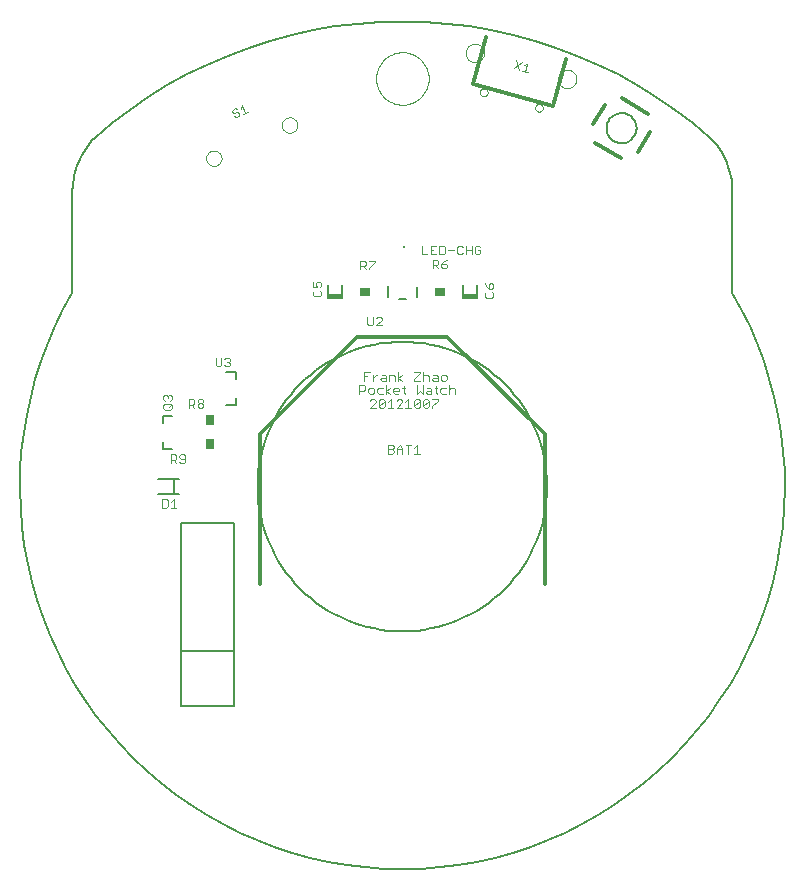
<source format=gto>
G75*
G70*
%OFA0B0*%
%FSLAX24Y24*%
%IPPOS*%
%LPD*%
%AMOC8*
5,1,8,0,0,1.08239X$1,22.5*
%
%ADD10C,0.0050*%
%ADD11C,0.0000*%
%ADD12C,0.0030*%
%ADD13C,0.0120*%
%ADD14C,0.0080*%
%ADD15C,0.0040*%
%ADD16R,0.0350X0.0300*%
%ADD17R,0.0098X0.0098*%
%ADD18R,0.0450X0.0125*%
%ADD19R,0.0300X0.0350*%
D10*
X008223Y008282D02*
X008223Y010133D01*
X009995Y010133D01*
X009995Y008282D01*
X008223Y008282D01*
X008223Y010133D02*
X008223Y014385D01*
X009995Y014385D01*
X009995Y010133D01*
X004605Y022052D02*
X004303Y021507D01*
X004029Y020948D01*
X003781Y020376D01*
X003562Y019793D01*
X003372Y019200D01*
X003211Y018598D01*
X003080Y017989D01*
X002978Y017375D01*
X002907Y016756D01*
X002866Y016134D01*
X002855Y015512D01*
X002875Y014889D01*
X002925Y014268D01*
X003006Y013651D01*
X003116Y013038D01*
X003256Y012431D01*
X003426Y011831D01*
X003625Y011241D01*
X003852Y010661D01*
X004108Y010093D01*
X004391Y009538D01*
X004701Y008998D01*
X005036Y008473D01*
X005397Y007965D01*
X005782Y007476D01*
X006191Y007006D01*
X006622Y006556D01*
X007075Y006129D01*
X007548Y005723D01*
X008040Y005342D01*
X008551Y004984D01*
X009078Y004653D01*
X009620Y004347D01*
X010177Y004068D01*
X010747Y003817D01*
X011329Y003593D01*
X011921Y003399D01*
X012521Y003234D01*
X013129Y003098D01*
X013743Y002992D01*
X014361Y002916D01*
X014982Y002870D01*
X015605Y002855D01*
X016228Y002870D01*
X016849Y002916D01*
X017467Y002992D01*
X018081Y003098D01*
X018689Y003234D01*
X019289Y003399D01*
X019881Y003593D01*
X020463Y003817D01*
X021033Y004068D01*
X021590Y004347D01*
X022132Y004653D01*
X022659Y004984D01*
X023170Y005342D01*
X023662Y005723D01*
X024135Y006129D01*
X024588Y006556D01*
X025019Y007006D01*
X025428Y007476D01*
X025813Y007965D01*
X026174Y008473D01*
X026509Y008998D01*
X026819Y009538D01*
X027102Y010093D01*
X027358Y010661D01*
X027585Y011241D01*
X027784Y011831D01*
X027954Y012431D01*
X028094Y013038D01*
X028204Y013651D01*
X028285Y014268D01*
X028335Y014889D01*
X028355Y015512D01*
X028344Y016134D01*
X028303Y016756D01*
X028232Y017375D01*
X028130Y017989D01*
X027999Y018598D01*
X027838Y019200D01*
X027648Y019793D01*
X027429Y020376D01*
X027181Y020948D01*
X026907Y021507D01*
X026605Y022052D01*
X026605Y025480D01*
X026601Y025595D01*
X026592Y025710D01*
X026577Y025824D01*
X026557Y025937D01*
X026532Y026050D01*
X026502Y026161D01*
X026466Y026270D01*
X026426Y026378D01*
X026381Y026484D01*
X026331Y026587D01*
X026276Y026688D01*
X026216Y026787D01*
X026153Y026882D01*
X026084Y026975D01*
X026012Y027064D01*
X025935Y027150D01*
X025855Y027232D01*
X025283Y027712D01*
X024689Y028164D01*
X024074Y028587D01*
X023439Y028980D01*
X022786Y029341D01*
X022116Y029671D01*
X021431Y029968D01*
X020733Y030232D01*
X020023Y030462D01*
X019302Y030658D01*
X018573Y030818D01*
X017837Y030943D01*
X017096Y031033D01*
X016351Y031087D01*
X015605Y031105D01*
X014859Y031087D01*
X014114Y031033D01*
X013373Y030943D01*
X012637Y030818D01*
X011908Y030658D01*
X011187Y030462D01*
X010477Y030232D01*
X009779Y029968D01*
X009094Y029671D01*
X008424Y029341D01*
X007771Y028980D01*
X007136Y028587D01*
X006521Y028164D01*
X005927Y027712D01*
X005355Y027232D01*
X004605Y025355D02*
X004605Y022052D01*
X004605Y025355D02*
X004606Y025477D01*
X004613Y025599D01*
X004626Y025720D01*
X004644Y025841D01*
X004668Y025960D01*
X004697Y026079D01*
X004732Y026196D01*
X004772Y026311D01*
X004817Y026424D01*
X004867Y026535D01*
X004923Y026644D01*
X004983Y026750D01*
X005049Y026853D01*
X005119Y026953D01*
X005193Y027050D01*
X005272Y027143D01*
X005355Y027232D01*
D11*
X009064Y026549D02*
X009066Y026580D01*
X009072Y026611D01*
X009081Y026641D01*
X009094Y026670D01*
X009111Y026697D01*
X009131Y026721D01*
X009153Y026743D01*
X009179Y026762D01*
X009206Y026778D01*
X009235Y026790D01*
X009265Y026799D01*
X009296Y026804D01*
X009328Y026805D01*
X009359Y026802D01*
X009390Y026795D01*
X009420Y026785D01*
X009448Y026771D01*
X009474Y026753D01*
X009498Y026733D01*
X009519Y026709D01*
X009538Y026684D01*
X009553Y026656D01*
X009564Y026627D01*
X009572Y026596D01*
X009576Y026565D01*
X009576Y026533D01*
X009572Y026502D01*
X009564Y026471D01*
X009553Y026442D01*
X009538Y026414D01*
X009519Y026389D01*
X009498Y026365D01*
X009474Y026345D01*
X009448Y026327D01*
X009420Y026313D01*
X009390Y026303D01*
X009359Y026296D01*
X009328Y026293D01*
X009296Y026294D01*
X009265Y026299D01*
X009235Y026308D01*
X009206Y026320D01*
X009179Y026336D01*
X009153Y026355D01*
X009131Y026377D01*
X009111Y026401D01*
X009094Y026428D01*
X009081Y026457D01*
X009072Y026487D01*
X009066Y026518D01*
X009064Y026549D01*
X011590Y027653D02*
X011592Y027684D01*
X011598Y027715D01*
X011607Y027745D01*
X011620Y027774D01*
X011637Y027801D01*
X011657Y027825D01*
X011679Y027847D01*
X011705Y027866D01*
X011732Y027882D01*
X011761Y027894D01*
X011791Y027903D01*
X011822Y027908D01*
X011854Y027909D01*
X011885Y027906D01*
X011916Y027899D01*
X011946Y027889D01*
X011974Y027875D01*
X012000Y027857D01*
X012024Y027837D01*
X012045Y027813D01*
X012064Y027788D01*
X012079Y027760D01*
X012090Y027731D01*
X012098Y027700D01*
X012102Y027669D01*
X012102Y027637D01*
X012098Y027606D01*
X012090Y027575D01*
X012079Y027546D01*
X012064Y027518D01*
X012045Y027493D01*
X012024Y027469D01*
X012000Y027449D01*
X011974Y027431D01*
X011946Y027417D01*
X011916Y027407D01*
X011885Y027400D01*
X011854Y027397D01*
X011822Y027398D01*
X011791Y027403D01*
X011761Y027412D01*
X011732Y027424D01*
X011705Y027440D01*
X011679Y027459D01*
X011657Y027481D01*
X011637Y027505D01*
X011620Y027532D01*
X011607Y027561D01*
X011598Y027591D01*
X011592Y027622D01*
X011590Y027653D01*
X014730Y029205D02*
X014732Y029264D01*
X014738Y029323D01*
X014748Y029381D01*
X014762Y029439D01*
X014779Y029495D01*
X014801Y029550D01*
X014826Y029604D01*
X014855Y029655D01*
X014887Y029705D01*
X014922Y029752D01*
X014961Y029797D01*
X015002Y029839D01*
X015046Y029878D01*
X015093Y029915D01*
X015142Y029948D01*
X015193Y029977D01*
X015246Y030003D01*
X015301Y030026D01*
X015357Y030044D01*
X015414Y030059D01*
X015473Y030070D01*
X015531Y030077D01*
X015590Y030080D01*
X015649Y030079D01*
X015708Y030074D01*
X015767Y030065D01*
X015824Y030052D01*
X015881Y030035D01*
X015936Y030015D01*
X015990Y029991D01*
X016042Y029963D01*
X016093Y029932D01*
X016141Y029897D01*
X016186Y029859D01*
X016229Y029818D01*
X016269Y029775D01*
X016306Y029729D01*
X016340Y029680D01*
X016370Y029630D01*
X016397Y029577D01*
X016420Y029523D01*
X016440Y029467D01*
X016456Y029410D01*
X016468Y029352D01*
X016476Y029294D01*
X016480Y029235D01*
X016480Y029175D01*
X016476Y029116D01*
X016468Y029058D01*
X016456Y029000D01*
X016440Y028943D01*
X016420Y028887D01*
X016397Y028833D01*
X016370Y028780D01*
X016340Y028730D01*
X016306Y028681D01*
X016269Y028635D01*
X016229Y028592D01*
X016186Y028551D01*
X016141Y028513D01*
X016093Y028478D01*
X016043Y028447D01*
X015990Y028419D01*
X015936Y028395D01*
X015881Y028375D01*
X015824Y028358D01*
X015767Y028345D01*
X015708Y028336D01*
X015649Y028331D01*
X015590Y028330D01*
X015531Y028333D01*
X015473Y028340D01*
X015414Y028351D01*
X015357Y028366D01*
X015301Y028384D01*
X015246Y028407D01*
X015193Y028433D01*
X015142Y028462D01*
X015093Y028495D01*
X015046Y028532D01*
X015002Y028571D01*
X014961Y028613D01*
X014922Y028658D01*
X014887Y028705D01*
X014855Y028755D01*
X014826Y028806D01*
X014801Y028860D01*
X014779Y028915D01*
X014762Y028971D01*
X014748Y029029D01*
X014738Y029087D01*
X014732Y029146D01*
X014730Y029205D01*
X017712Y030056D02*
X017714Y030091D01*
X017720Y030125D01*
X017730Y030158D01*
X017743Y030191D01*
X017760Y030221D01*
X017781Y030249D01*
X017804Y030275D01*
X017831Y030298D01*
X017859Y030317D01*
X017890Y030333D01*
X017923Y030346D01*
X017956Y030355D01*
X017991Y030360D01*
X018026Y030361D01*
X018060Y030358D01*
X018095Y030351D01*
X018128Y030340D01*
X018159Y030326D01*
X018189Y030308D01*
X018217Y030287D01*
X018242Y030262D01*
X018264Y030235D01*
X018283Y030206D01*
X018298Y030175D01*
X018310Y030142D01*
X018318Y030108D01*
X018322Y030073D01*
X018322Y030039D01*
X018318Y030004D01*
X018310Y029970D01*
X018298Y029937D01*
X018283Y029906D01*
X018264Y029877D01*
X018242Y029850D01*
X018217Y029825D01*
X018189Y029804D01*
X018159Y029786D01*
X018128Y029772D01*
X018095Y029761D01*
X018060Y029754D01*
X018026Y029751D01*
X017991Y029752D01*
X017956Y029757D01*
X017923Y029766D01*
X017890Y029779D01*
X017859Y029795D01*
X017831Y029814D01*
X017804Y029837D01*
X017781Y029863D01*
X017760Y029891D01*
X017743Y029921D01*
X017730Y029954D01*
X017720Y029987D01*
X017714Y030021D01*
X017712Y030056D01*
X018190Y028745D02*
X018192Y028767D01*
X018198Y028789D01*
X018207Y028809D01*
X018220Y028827D01*
X018236Y028843D01*
X018254Y028856D01*
X018274Y028865D01*
X018296Y028871D01*
X018318Y028873D01*
X018340Y028871D01*
X018362Y028865D01*
X018382Y028856D01*
X018400Y028843D01*
X018416Y028827D01*
X018429Y028809D01*
X018438Y028789D01*
X018444Y028767D01*
X018446Y028745D01*
X018444Y028723D01*
X018438Y028701D01*
X018429Y028681D01*
X018416Y028663D01*
X018400Y028647D01*
X018382Y028634D01*
X018362Y028625D01*
X018340Y028619D01*
X018318Y028617D01*
X018296Y028619D01*
X018274Y028625D01*
X018254Y028634D01*
X018236Y028647D01*
X018220Y028663D01*
X018207Y028681D01*
X018198Y028701D01*
X018192Y028723D01*
X018190Y028745D01*
X020029Y028228D02*
X020031Y028250D01*
X020037Y028272D01*
X020046Y028292D01*
X020059Y028310D01*
X020075Y028326D01*
X020093Y028339D01*
X020113Y028348D01*
X020135Y028354D01*
X020157Y028356D01*
X020179Y028354D01*
X020201Y028348D01*
X020221Y028339D01*
X020239Y028326D01*
X020255Y028310D01*
X020268Y028292D01*
X020277Y028272D01*
X020283Y028250D01*
X020285Y028228D01*
X020283Y028206D01*
X020277Y028184D01*
X020268Y028164D01*
X020255Y028146D01*
X020239Y028130D01*
X020221Y028117D01*
X020201Y028108D01*
X020179Y028102D01*
X020157Y028100D01*
X020135Y028102D01*
X020113Y028108D01*
X020093Y028117D01*
X020075Y028130D01*
X020059Y028146D01*
X020046Y028164D01*
X020037Y028184D01*
X020031Y028206D01*
X020029Y028228D01*
X020792Y029190D02*
X020794Y029225D01*
X020800Y029259D01*
X020810Y029292D01*
X020823Y029325D01*
X020840Y029355D01*
X020861Y029383D01*
X020884Y029409D01*
X020911Y029432D01*
X020939Y029451D01*
X020970Y029467D01*
X021003Y029480D01*
X021036Y029489D01*
X021071Y029494D01*
X021106Y029495D01*
X021140Y029492D01*
X021175Y029485D01*
X021208Y029474D01*
X021239Y029460D01*
X021269Y029442D01*
X021297Y029421D01*
X021322Y029396D01*
X021344Y029369D01*
X021363Y029340D01*
X021378Y029309D01*
X021390Y029276D01*
X021398Y029242D01*
X021402Y029207D01*
X021402Y029173D01*
X021398Y029138D01*
X021390Y029104D01*
X021378Y029071D01*
X021363Y029040D01*
X021344Y029011D01*
X021322Y028984D01*
X021297Y028959D01*
X021269Y028938D01*
X021239Y028920D01*
X021208Y028906D01*
X021175Y028895D01*
X021140Y028888D01*
X021106Y028885D01*
X021071Y028886D01*
X021036Y028891D01*
X021003Y028900D01*
X020970Y028913D01*
X020939Y028929D01*
X020911Y028948D01*
X020884Y028971D01*
X020861Y028997D01*
X020840Y029025D01*
X020823Y029055D01*
X020810Y029088D01*
X020800Y029121D01*
X020794Y029155D01*
X020792Y029190D01*
D12*
X017026Y019327D02*
X016930Y019327D01*
X016881Y019279D01*
X016881Y019182D01*
X016930Y019134D01*
X017026Y019134D01*
X017075Y019182D01*
X017075Y019279D01*
X017026Y019327D01*
X016780Y019279D02*
X016780Y019134D01*
X016635Y019134D01*
X016586Y019182D01*
X016635Y019231D01*
X016780Y019231D01*
X016780Y019279D02*
X016732Y019327D01*
X016635Y019327D01*
X016485Y019279D02*
X016485Y019134D01*
X016485Y019279D02*
X016437Y019327D01*
X016340Y019327D01*
X016292Y019279D01*
X016191Y019376D02*
X015997Y019182D01*
X015997Y019134D01*
X016191Y019134D01*
X016292Y019134D02*
X016292Y019424D01*
X016191Y019424D02*
X016191Y019376D01*
X016191Y019424D02*
X015997Y019424D01*
X016085Y018991D02*
X016085Y018701D01*
X016182Y018797D01*
X016279Y018701D01*
X016279Y018991D01*
X016428Y018894D02*
X016525Y018894D01*
X016573Y018846D01*
X016573Y018701D01*
X016428Y018701D01*
X016380Y018749D01*
X016428Y018797D01*
X016573Y018797D01*
X016675Y018894D02*
X016771Y018894D01*
X016723Y018943D02*
X016723Y018749D01*
X016771Y018701D01*
X016871Y018749D02*
X016871Y018846D01*
X016919Y018894D01*
X017064Y018894D01*
X017166Y018846D02*
X017214Y018894D01*
X017311Y018894D01*
X017359Y018846D01*
X017359Y018701D01*
X017166Y018701D02*
X017166Y018991D01*
X017064Y018701D02*
X016919Y018701D01*
X016871Y018749D01*
X016780Y018519D02*
X016780Y018470D01*
X016587Y018277D01*
X016587Y018228D01*
X016486Y018277D02*
X016437Y018228D01*
X016341Y018228D01*
X016292Y018277D01*
X016486Y018470D01*
X016486Y018277D01*
X016486Y018470D02*
X016437Y018519D01*
X016341Y018519D01*
X016292Y018470D01*
X016292Y018277D01*
X016191Y018277D02*
X016143Y018228D01*
X016046Y018228D01*
X015998Y018277D01*
X016191Y018470D01*
X016191Y018277D01*
X016191Y018470D02*
X016143Y018519D01*
X016046Y018519D01*
X015998Y018470D01*
X015998Y018277D01*
X015896Y018228D02*
X015703Y018228D01*
X015800Y018228D02*
X015800Y018519D01*
X015703Y018422D01*
X015602Y018422D02*
X015602Y018470D01*
X015553Y018519D01*
X015457Y018519D01*
X015408Y018470D01*
X015602Y018422D02*
X015408Y018228D01*
X015602Y018228D01*
X015307Y018228D02*
X015114Y018228D01*
X015210Y018228D02*
X015210Y018519D01*
X015114Y018422D01*
X015012Y018470D02*
X014819Y018277D01*
X014867Y018228D01*
X014964Y018228D01*
X015012Y018277D01*
X015012Y018470D01*
X014964Y018519D01*
X014867Y018519D01*
X014819Y018470D01*
X014819Y018277D01*
X014718Y018228D02*
X014524Y018228D01*
X014718Y018422D01*
X014718Y018470D01*
X014669Y018519D01*
X014573Y018519D01*
X014524Y018470D01*
X014513Y018701D02*
X014465Y018749D01*
X014465Y018846D01*
X014513Y018894D01*
X014610Y018894D01*
X014658Y018846D01*
X014658Y018749D01*
X014610Y018701D01*
X014513Y018701D01*
X014363Y018846D02*
X014315Y018797D01*
X014170Y018797D01*
X014170Y018701D02*
X014170Y018991D01*
X014315Y018991D01*
X014363Y018943D01*
X014363Y018846D01*
X014327Y019134D02*
X014327Y019424D01*
X014521Y019424D01*
X014622Y019327D02*
X014622Y019134D01*
X014622Y019231D02*
X014719Y019327D01*
X014767Y019327D01*
X014916Y019327D02*
X015013Y019327D01*
X015061Y019279D01*
X015061Y019134D01*
X014916Y019134D01*
X014868Y019182D01*
X014916Y019231D01*
X015061Y019231D01*
X015162Y019327D02*
X015307Y019327D01*
X015356Y019279D01*
X015356Y019134D01*
X015457Y019134D02*
X015457Y019424D01*
X015602Y019327D02*
X015457Y019231D01*
X015602Y019134D01*
X015643Y018943D02*
X015643Y018749D01*
X015691Y018701D01*
X015691Y018894D02*
X015594Y018894D01*
X015493Y018846D02*
X015493Y018797D01*
X015299Y018797D01*
X015299Y018749D02*
X015299Y018846D01*
X015348Y018894D01*
X015445Y018894D01*
X015493Y018846D01*
X015445Y018701D02*
X015348Y018701D01*
X015299Y018749D01*
X015199Y018701D02*
X015054Y018797D01*
X015199Y018894D01*
X015054Y018991D02*
X015054Y018701D01*
X014953Y018701D02*
X014808Y018701D01*
X014759Y018749D01*
X014759Y018846D01*
X014808Y018894D01*
X014953Y018894D01*
X015162Y019134D02*
X015162Y019327D01*
X014424Y019279D02*
X014327Y019279D01*
X016587Y018519D02*
X016780Y018519D01*
X008968Y018474D02*
X008968Y018426D01*
X008920Y018377D01*
X008823Y018377D01*
X008775Y018426D01*
X008775Y018474D01*
X008823Y018522D01*
X008920Y018522D01*
X008968Y018474D01*
X008920Y018377D02*
X008968Y018329D01*
X008968Y018281D01*
X008920Y018232D01*
X008823Y018232D01*
X008775Y018281D01*
X008775Y018329D01*
X008823Y018377D01*
X008674Y018377D02*
X008625Y018329D01*
X008480Y018329D01*
X008480Y018232D02*
X008480Y018522D01*
X008625Y018522D01*
X008674Y018474D01*
X008674Y018377D01*
X008577Y018329D02*
X008674Y018232D01*
X007921Y018217D02*
X007873Y018169D01*
X007680Y018169D01*
X007631Y018217D01*
X007631Y018314D01*
X007680Y018363D01*
X007873Y018363D01*
X007921Y018314D01*
X007921Y018217D01*
X007825Y018266D02*
X007921Y018363D01*
X007873Y018464D02*
X007921Y018512D01*
X007921Y018609D01*
X007873Y018657D01*
X007825Y018657D01*
X007776Y018609D01*
X007776Y018560D01*
X007776Y018609D02*
X007728Y018657D01*
X007680Y018657D01*
X007631Y018609D01*
X007631Y018512D01*
X007680Y018464D01*
X007879Y016679D02*
X008024Y016679D01*
X008073Y016630D01*
X008073Y016534D01*
X008024Y016485D01*
X007879Y016485D01*
X007879Y016389D02*
X007879Y016679D01*
X007976Y016485D02*
X008073Y016389D01*
X008174Y016437D02*
X008222Y016389D01*
X008319Y016389D01*
X008367Y016437D01*
X008367Y016630D01*
X008319Y016679D01*
X008222Y016679D01*
X008174Y016630D01*
X008174Y016582D01*
X008222Y016534D01*
X008367Y016534D01*
X007977Y015190D02*
X007977Y014900D01*
X007880Y014900D02*
X008074Y014900D01*
X007880Y015093D02*
X007977Y015190D01*
X007779Y015142D02*
X007779Y014948D01*
X007731Y014900D01*
X007585Y014900D01*
X007585Y015190D01*
X007731Y015190D01*
X007779Y015142D01*
D13*
X010855Y017355D02*
X010855Y012355D01*
X010855Y017355D02*
X014105Y020605D01*
X017105Y020605D01*
X020355Y017355D01*
X020355Y012355D01*
X022878Y026541D02*
X022025Y027064D01*
X021967Y027686D02*
X022359Y028326D01*
X022940Y028556D02*
X023792Y028034D01*
X023851Y027411D02*
X023459Y026772D01*
X020610Y028289D02*
X021050Y029853D01*
X020610Y028289D02*
X017963Y029033D01*
X018403Y030597D01*
D14*
X022409Y027549D02*
X022411Y027593D01*
X022417Y027637D01*
X022427Y027680D01*
X022440Y027722D01*
X022457Y027763D01*
X022478Y027802D01*
X022502Y027839D01*
X022529Y027874D01*
X022559Y027906D01*
X022592Y027936D01*
X022628Y027962D01*
X022665Y027986D01*
X022705Y028005D01*
X022746Y028022D01*
X022789Y028034D01*
X022832Y028043D01*
X022876Y028048D01*
X022920Y028049D01*
X022964Y028046D01*
X023008Y028039D01*
X023051Y028028D01*
X023093Y028014D01*
X023133Y027996D01*
X023172Y027974D01*
X023208Y027950D01*
X023242Y027922D01*
X023274Y027891D01*
X023303Y027857D01*
X023329Y027821D01*
X023351Y027783D01*
X023370Y027743D01*
X023385Y027701D01*
X023397Y027659D01*
X023405Y027615D01*
X023409Y027571D01*
X023409Y027527D01*
X023405Y027483D01*
X023397Y027439D01*
X023385Y027397D01*
X023370Y027355D01*
X023351Y027315D01*
X023329Y027277D01*
X023303Y027241D01*
X023274Y027207D01*
X023242Y027176D01*
X023208Y027148D01*
X023172Y027124D01*
X023133Y027102D01*
X023093Y027084D01*
X023051Y027070D01*
X023008Y027059D01*
X022964Y027052D01*
X022920Y027049D01*
X022876Y027050D01*
X022832Y027055D01*
X022789Y027064D01*
X022746Y027076D01*
X022705Y027093D01*
X022665Y027112D01*
X022628Y027136D01*
X022592Y027162D01*
X022559Y027192D01*
X022529Y027224D01*
X022502Y027259D01*
X022478Y027296D01*
X022457Y027335D01*
X022440Y027376D01*
X022427Y027418D01*
X022417Y027461D01*
X022411Y027505D01*
X022409Y027549D01*
X018080Y022330D02*
X018080Y021905D01*
X017630Y021905D01*
X017630Y022330D01*
X016090Y022249D02*
X016090Y021911D01*
X015711Y021861D02*
X015499Y021861D01*
X015120Y021936D02*
X015120Y022274D01*
X013580Y022330D02*
X013580Y021905D01*
X013130Y021905D01*
X013130Y022330D01*
X010054Y019419D02*
X009739Y019419D01*
X010054Y019419D02*
X010054Y019183D01*
X010054Y018553D02*
X010054Y018317D01*
X009739Y018317D01*
X007928Y017967D02*
X007613Y017967D01*
X007613Y017731D01*
X007613Y017101D02*
X007613Y016865D01*
X007928Y016865D01*
X008007Y015861D02*
X007455Y015861D01*
X007455Y015349D02*
X008007Y015349D01*
X008007Y015861D01*
X008164Y015861D01*
X008164Y015349D02*
X008007Y015349D01*
X010782Y015605D02*
X010788Y015842D01*
X010805Y016078D01*
X010834Y016313D01*
X010875Y016546D01*
X010927Y016777D01*
X010990Y017005D01*
X011064Y017230D01*
X011149Y017451D01*
X011245Y017667D01*
X011351Y017879D01*
X011468Y018085D01*
X011595Y018285D01*
X011731Y018478D01*
X011877Y018665D01*
X012031Y018844D01*
X012195Y019015D01*
X012366Y019179D01*
X012545Y019333D01*
X012732Y019479D01*
X012925Y019615D01*
X013125Y019742D01*
X013331Y019859D01*
X013543Y019965D01*
X013759Y020061D01*
X013980Y020146D01*
X014205Y020220D01*
X014433Y020283D01*
X014664Y020335D01*
X014897Y020376D01*
X015132Y020405D01*
X015368Y020422D01*
X015605Y020428D01*
X015842Y020422D01*
X016078Y020405D01*
X016313Y020376D01*
X016546Y020335D01*
X016777Y020283D01*
X017005Y020220D01*
X017230Y020146D01*
X017451Y020061D01*
X017667Y019965D01*
X017879Y019859D01*
X018085Y019742D01*
X018285Y019615D01*
X018478Y019479D01*
X018665Y019333D01*
X018844Y019179D01*
X019015Y019015D01*
X019179Y018844D01*
X019333Y018665D01*
X019479Y018478D01*
X019615Y018285D01*
X019742Y018085D01*
X019859Y017879D01*
X019965Y017667D01*
X020061Y017451D01*
X020146Y017230D01*
X020220Y017005D01*
X020283Y016777D01*
X020335Y016546D01*
X020376Y016313D01*
X020405Y016078D01*
X020422Y015842D01*
X020428Y015605D01*
X020422Y015368D01*
X020405Y015132D01*
X020376Y014897D01*
X020335Y014664D01*
X020283Y014433D01*
X020220Y014205D01*
X020146Y013980D01*
X020061Y013759D01*
X019965Y013543D01*
X019859Y013331D01*
X019742Y013125D01*
X019615Y012925D01*
X019479Y012732D01*
X019333Y012545D01*
X019179Y012366D01*
X019015Y012195D01*
X018844Y012031D01*
X018665Y011877D01*
X018478Y011731D01*
X018285Y011595D01*
X018085Y011468D01*
X017879Y011351D01*
X017667Y011245D01*
X017451Y011149D01*
X017230Y011064D01*
X017005Y010990D01*
X016777Y010927D01*
X016546Y010875D01*
X016313Y010834D01*
X016078Y010805D01*
X015842Y010788D01*
X015605Y010782D01*
X015368Y010788D01*
X015132Y010805D01*
X014897Y010834D01*
X014664Y010875D01*
X014433Y010927D01*
X014205Y010990D01*
X013980Y011064D01*
X013759Y011149D01*
X013543Y011245D01*
X013331Y011351D01*
X013125Y011468D01*
X012925Y011595D01*
X012732Y011731D01*
X012545Y011877D01*
X012366Y012031D01*
X012195Y012195D01*
X012031Y012366D01*
X011877Y012545D01*
X011731Y012732D01*
X011595Y012925D01*
X011468Y013125D01*
X011351Y013331D01*
X011245Y013543D01*
X011149Y013759D01*
X011064Y013980D01*
X010990Y014205D01*
X010927Y014433D01*
X010875Y014664D01*
X010834Y014897D01*
X010805Y015132D01*
X010788Y015368D01*
X010782Y015605D01*
D15*
X009812Y019610D02*
X009719Y019610D01*
X009672Y019656D01*
X009565Y019656D02*
X009565Y019890D01*
X009672Y019843D02*
X009719Y019890D01*
X009812Y019890D01*
X009859Y019843D01*
X009859Y019796D01*
X009812Y019750D01*
X009859Y019703D01*
X009859Y019656D01*
X009812Y019610D01*
X009812Y019750D02*
X009766Y019750D01*
X009565Y019656D02*
X009518Y019610D01*
X009424Y019610D01*
X009378Y019656D01*
X009378Y019890D01*
X012621Y021992D02*
X012668Y021945D01*
X012854Y021945D01*
X012901Y021992D01*
X012901Y022085D01*
X012854Y022132D01*
X012854Y022240D02*
X012901Y022286D01*
X012901Y022380D01*
X012854Y022427D01*
X012761Y022427D01*
X012714Y022380D01*
X012714Y022333D01*
X012761Y022240D01*
X012621Y022240D01*
X012621Y022427D01*
X012668Y022132D02*
X012621Y022085D01*
X012621Y021992D01*
X014200Y022850D02*
X014200Y023130D01*
X014340Y023130D01*
X014387Y023084D01*
X014387Y022990D01*
X014340Y022943D01*
X014200Y022943D01*
X014293Y022943D02*
X014387Y022850D01*
X014495Y022850D02*
X014495Y022897D01*
X014681Y023084D01*
X014681Y023130D01*
X014495Y023130D01*
X016250Y023350D02*
X016437Y023350D01*
X016545Y023350D02*
X016545Y023630D01*
X016731Y023630D01*
X016839Y023630D02*
X016979Y023630D01*
X017026Y023584D01*
X017026Y023397D01*
X016979Y023350D01*
X016839Y023350D01*
X016839Y023630D01*
X016638Y023490D02*
X016545Y023490D01*
X016545Y023350D02*
X016731Y023350D01*
X016751Y023160D02*
X016798Y023114D01*
X016798Y023020D01*
X016751Y022973D01*
X016611Y022973D01*
X016611Y022880D02*
X016611Y023160D01*
X016751Y023160D01*
X016704Y022973D02*
X016798Y022880D01*
X016905Y022927D02*
X016952Y022880D01*
X017045Y022880D01*
X017092Y022927D01*
X017092Y022973D01*
X017045Y023020D01*
X016905Y023020D01*
X016905Y022927D01*
X016905Y023020D02*
X016999Y023114D01*
X017092Y023160D01*
X017134Y023490D02*
X017321Y023490D01*
X017429Y023397D02*
X017475Y023350D01*
X017569Y023350D01*
X017615Y023397D01*
X017723Y023350D02*
X017723Y023630D01*
X017615Y023584D02*
X017569Y023630D01*
X017475Y023630D01*
X017429Y023584D01*
X017429Y023397D01*
X017723Y023490D02*
X017910Y023490D01*
X017910Y023630D02*
X017910Y023350D01*
X018018Y023397D02*
X018065Y023350D01*
X018158Y023350D01*
X018205Y023397D01*
X018205Y023490D01*
X018111Y023490D01*
X018018Y023397D02*
X018018Y023584D01*
X018065Y023630D01*
X018158Y023630D01*
X018205Y023584D01*
X018346Y022385D02*
X018393Y022291D01*
X018486Y022198D01*
X018486Y022338D01*
X018533Y022385D01*
X018580Y022385D01*
X018626Y022338D01*
X018626Y022244D01*
X018580Y022198D01*
X018486Y022198D01*
X018393Y022090D02*
X018346Y022043D01*
X018346Y021950D01*
X018393Y021903D01*
X018580Y021903D01*
X018626Y021950D01*
X018626Y022043D01*
X018580Y022090D01*
X016250Y023350D02*
X016250Y023630D01*
X014870Y021260D02*
X014777Y021260D01*
X014730Y021214D01*
X014623Y021260D02*
X014623Y021027D01*
X014576Y020980D01*
X014482Y020980D01*
X014436Y021027D01*
X014436Y021260D01*
X014730Y020980D02*
X014917Y021167D01*
X014917Y021214D01*
X014870Y021260D01*
X014917Y020980D02*
X014730Y020980D01*
X015121Y016985D02*
X015262Y016985D01*
X015308Y016939D01*
X015308Y016892D01*
X015262Y016845D01*
X015121Y016845D01*
X015121Y016705D02*
X015262Y016705D01*
X015308Y016752D01*
X015308Y016798D01*
X015262Y016845D01*
X015416Y016845D02*
X015603Y016845D01*
X015603Y016892D02*
X015603Y016705D01*
X015603Y016892D02*
X015509Y016985D01*
X015416Y016892D01*
X015416Y016705D01*
X015121Y016705D02*
X015121Y016985D01*
X015711Y016985D02*
X015898Y016985D01*
X015804Y016985D02*
X015804Y016705D01*
X016005Y016705D02*
X016192Y016705D01*
X016099Y016705D02*
X016099Y016985D01*
X016005Y016892D01*
X010146Y027953D02*
X010061Y027915D01*
X009999Y027939D01*
X010005Y028044D02*
X009943Y028068D01*
X009924Y028111D01*
X009949Y028172D01*
X010034Y028210D01*
X010096Y028185D01*
X010090Y028081D02*
X010152Y028057D01*
X010170Y028014D01*
X010146Y027953D01*
X010090Y028081D02*
X010005Y028044D01*
X010213Y028186D02*
X010261Y028309D01*
X010374Y028052D01*
X010459Y028089D02*
X010288Y028015D01*
X019322Y029539D02*
X019578Y029758D01*
X019657Y029639D02*
X019772Y029704D01*
X019696Y029434D01*
X019606Y029459D02*
X019786Y029409D01*
X019502Y029489D02*
X019398Y029809D01*
D16*
X016855Y022105D03*
X014355Y022105D03*
D17*
X015654Y023605D03*
D18*
X017855Y021968D03*
X013355Y021968D03*
D19*
X009188Y017810D03*
X009188Y017022D03*
M02*

</source>
